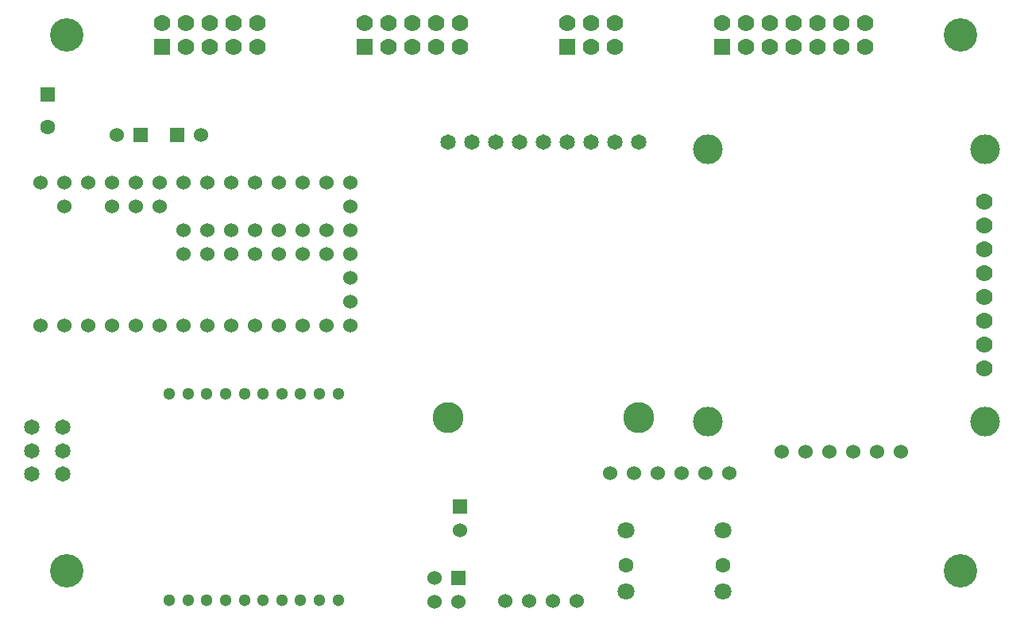
<source format=gts>
G04 (created by PCBNEW (2013-jul-07)-stable) date Mon 24 Nov 2014 01:28:27 PM PST*
%MOIN*%
G04 Gerber Fmt 3.4, Leading zero omitted, Abs format*
%FSLAX34Y34*%
G01*
G70*
G90*
G04 APERTURE LIST*
%ADD10C,0.00590551*%
%ADD11C,0.0511811*%
%ADD12C,0.06*%
%ADD13R,0.06X0.06*%
%ADD14C,0.0629921*%
%ADD15C,0.0708661*%
%ADD16C,0.065*%
%ADD17C,0.13*%
%ADD18C,0.07*%
%ADD19C,0.125*%
%ADD20R,0.07X0.07*%
%ADD21R,0.063X0.063*%
%ADD22C,0.063*%
%ADD23C,0.14*%
G04 APERTURE END LIST*
G54D10*
G54D11*
X23893Y-27569D03*
X23105Y-27569D03*
X22318Y-27569D03*
X21531Y-27569D03*
X20743Y-27569D03*
X19956Y-27569D03*
X19168Y-27569D03*
X18381Y-27569D03*
X17594Y-27569D03*
X16806Y-27569D03*
X16806Y-36230D03*
X17594Y-36230D03*
X18381Y-36230D03*
X19168Y-36230D03*
X19956Y-36230D03*
X20743Y-36230D03*
X21531Y-36230D03*
X22318Y-36230D03*
X23105Y-36230D03*
X23893Y-36230D03*
G54D12*
X11400Y-24700D03*
X12400Y-24700D03*
X13400Y-24700D03*
X14400Y-24700D03*
X15400Y-24700D03*
X16400Y-24700D03*
X17400Y-24700D03*
X18400Y-24700D03*
X19400Y-24700D03*
X20400Y-24700D03*
X21400Y-24700D03*
X22400Y-24700D03*
X23400Y-24700D03*
X24400Y-24700D03*
X24400Y-23700D03*
X24400Y-22700D03*
X24400Y-21700D03*
X24400Y-20700D03*
X24400Y-19700D03*
X24400Y-18700D03*
X23400Y-18700D03*
X22400Y-18700D03*
X21400Y-18700D03*
X20400Y-18700D03*
X19400Y-18700D03*
X18400Y-18700D03*
X17400Y-18700D03*
X16400Y-18700D03*
X15400Y-18700D03*
X14400Y-18700D03*
X13400Y-18700D03*
X12400Y-18700D03*
X11400Y-18700D03*
X17400Y-21700D03*
X18400Y-21700D03*
X19400Y-21700D03*
X20400Y-21700D03*
X21400Y-21700D03*
X22400Y-21700D03*
X23400Y-21700D03*
X23400Y-20700D03*
X22400Y-20700D03*
X21400Y-20700D03*
X20400Y-20700D03*
X19400Y-20700D03*
X18400Y-20700D03*
X17400Y-20700D03*
X16400Y-19700D03*
X15400Y-19700D03*
X14400Y-19700D03*
X12400Y-19700D03*
X35300Y-30900D03*
X36300Y-30900D03*
X37300Y-30900D03*
X38300Y-30900D03*
X39300Y-30900D03*
X40300Y-30900D03*
X33900Y-36250D03*
X32900Y-36250D03*
X31900Y-36250D03*
X30900Y-36250D03*
G54D13*
X28950Y-35300D03*
G54D12*
X28950Y-36300D03*
X27950Y-35300D03*
X27950Y-36300D03*
G54D13*
X17140Y-16700D03*
G54D12*
X18140Y-16700D03*
G54D13*
X15600Y-16700D03*
G54D12*
X14600Y-16700D03*
G54D13*
X29000Y-32300D03*
G54D12*
X29000Y-33300D03*
X42500Y-30000D03*
X43500Y-30000D03*
X44500Y-30000D03*
X45500Y-30000D03*
X46500Y-30000D03*
X47500Y-30000D03*
G54D14*
X35972Y-34750D03*
X40027Y-34750D03*
G54D15*
X35972Y-33293D03*
X35976Y-35852D03*
X40027Y-33293D03*
X40027Y-35852D03*
G54D16*
X12350Y-30930D03*
X12350Y-29950D03*
X12350Y-28970D03*
X11050Y-28970D03*
X11050Y-29950D03*
X11050Y-30930D03*
X36500Y-17000D03*
X35500Y-17000D03*
X34500Y-17000D03*
X33500Y-17000D03*
X32500Y-17000D03*
X31500Y-17000D03*
X30500Y-17000D03*
X29500Y-17000D03*
G54D17*
X36500Y-28560D03*
X28500Y-28560D03*
G54D16*
X28500Y-17000D03*
G54D18*
X51000Y-19500D03*
X51000Y-20500D03*
X51000Y-21500D03*
X51000Y-22500D03*
X51000Y-23500D03*
X51000Y-24500D03*
X51000Y-25500D03*
X51000Y-26500D03*
G54D19*
X51030Y-17290D03*
X51030Y-28710D03*
X39410Y-17290D03*
X39410Y-28710D03*
G54D20*
X40000Y-13000D03*
G54D18*
X40000Y-12000D03*
X41000Y-13000D03*
X41000Y-12000D03*
X42000Y-13000D03*
X42000Y-12000D03*
X43000Y-13000D03*
X43000Y-12000D03*
X44000Y-13000D03*
X44000Y-12000D03*
X45000Y-13000D03*
X45000Y-12000D03*
X46000Y-13000D03*
X46000Y-12000D03*
G54D20*
X16500Y-13000D03*
G54D18*
X16500Y-12000D03*
X17500Y-13000D03*
X17500Y-12000D03*
X18500Y-13000D03*
X18500Y-12000D03*
X19500Y-13000D03*
X19500Y-12000D03*
X20500Y-13000D03*
X20500Y-12000D03*
G54D20*
X25000Y-13000D03*
G54D18*
X25000Y-12000D03*
X26000Y-13000D03*
X26000Y-12000D03*
X27000Y-13000D03*
X27000Y-12000D03*
X28000Y-13000D03*
X28000Y-12000D03*
X29000Y-13000D03*
X29000Y-12000D03*
G54D20*
X33500Y-13000D03*
G54D18*
X33500Y-12000D03*
X34500Y-13000D03*
X34500Y-12000D03*
X35500Y-13000D03*
X35500Y-12000D03*
G54D21*
X11690Y-14991D03*
G54D22*
X11690Y-16369D03*
G54D23*
X50000Y-35000D03*
X50000Y-12500D03*
X12500Y-35000D03*
X12500Y-12500D03*
M02*

</source>
